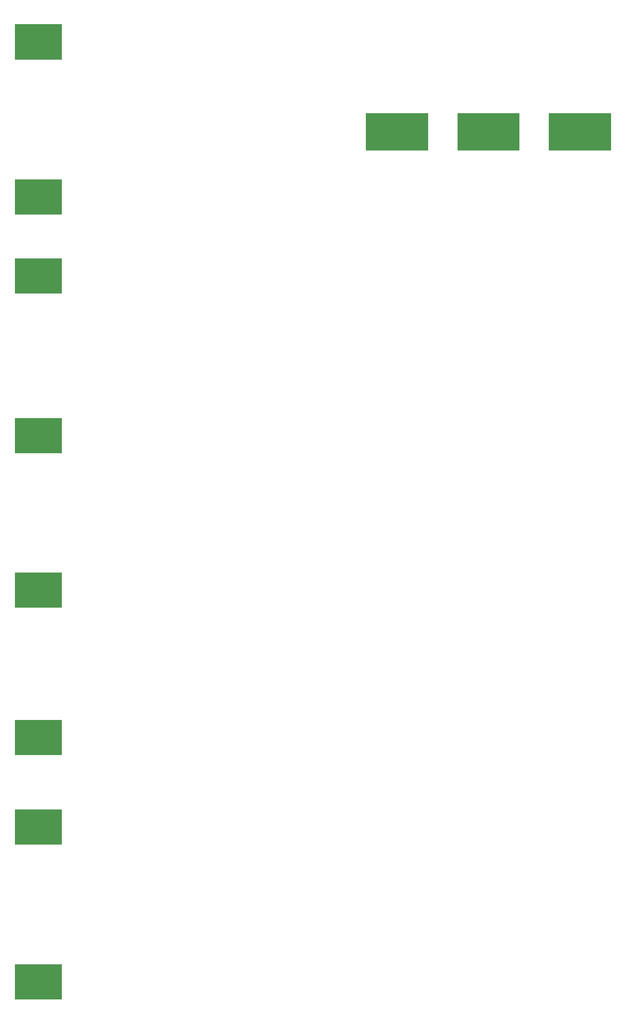
<source format=gbr>
%TF.GenerationSoftware,Altium Limited,Altium Designer,21.6.4 (81)*%
G04 Layer_Color=16711935*
%FSLAX43Y43*%
%MOMM*%
%TF.SameCoordinates,B094594F-E5AE-4C03-B854-EF891E02AD71*%
%TF.FilePolarity,Positive*%
%TF.FileFunction,Other,Mechanical_5*%
%TF.Part,Single*%
G01*
G75*
G36*
X110180Y5918D02*
X119256D01*
Y12700D01*
X110180D01*
Y5918D01*
D02*
G37*
G36*
Y35840D02*
X119256D01*
Y42622D01*
X110180D01*
Y35840D01*
D02*
G37*
G36*
Y53109D02*
X119256D01*
Y59891D01*
X110180D01*
Y53109D01*
D02*
G37*
G36*
Y81585D02*
X119256D01*
Y88367D01*
X110180D01*
Y81585D01*
D02*
G37*
G36*
Y111338D02*
X119256D01*
Y118120D01*
X110180D01*
Y111338D01*
D02*
G37*
G36*
Y142194D02*
X119256D01*
Y148976D01*
X110180D01*
Y142194D01*
D02*
G37*
G36*
Y157419D02*
X119256D01*
Y164201D01*
X110180D01*
Y157419D01*
D02*
G37*
G36*
Y187345D02*
X119256D01*
Y194127D01*
X110180D01*
Y187345D01*
D02*
G37*
G36*
X189936Y169757D02*
X177948D01*
Y177021D01*
X189936D01*
Y169757D01*
D02*
G37*
G36*
X207589D02*
X195601D01*
Y177021D01*
X207589D01*
Y169757D01*
D02*
G37*
G36*
X225242D02*
X213254D01*
Y177021D01*
X225242D01*
Y169757D01*
D02*
G37*
%TF.MD5,8b2d39af11d21959f7986cbf071d40ef*%
M02*

</source>
